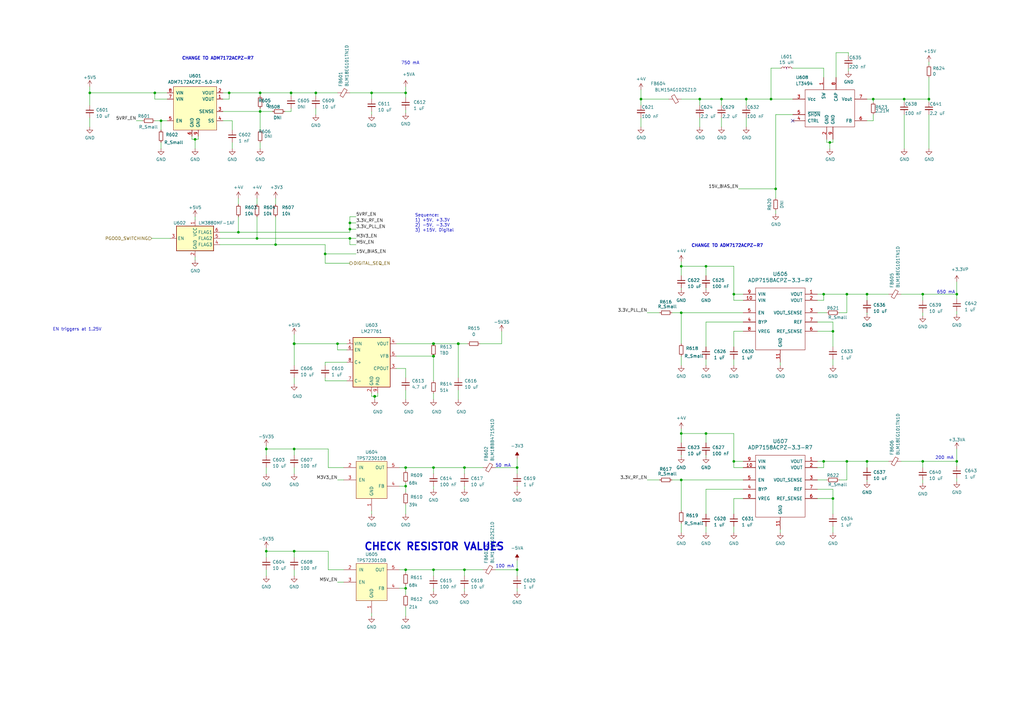
<source format=kicad_sch>
(kicad_sch (version 20210621) (generator eeschema)
  (paper "A3")
  (junction (at 36.83 38.1) (diameter 0.9144))
  (junction (at 63.5 38.1) (diameter 0.9144))
  (junction (at 66.04 49.53) (diameter 0.9144))
  (junction (at 80.01 57.15) (diameter 0.9144))
  (junction (at 93.98 38.1) (diameter 0.9144))
  (junction (at 97.79 95.25) (diameter 0.9144))
  (junction (at 105.41 97.79) (diameter 0.9144))
  (junction (at 106.68 38.1) (diameter 0.9144))
  (junction (at 106.68 45.72) (diameter 0.9144))
  (junction (at 109.22 184.15) (diameter 0.9144))
  (junction (at 109.22 226.06) (diameter 0.9144))
  (junction (at 113.03 100.33) (diameter 0.9144))
  (junction (at 119.38 38.1) (diameter 0.9144))
  (junction (at 120.65 140.97) (diameter 1.016))
  (junction (at 120.65 184.15) (diameter 0.9144))
  (junction (at 120.65 226.06) (diameter 0.9144))
  (junction (at 129.54 38.1) (diameter 0.9144))
  (junction (at 133.35 104.14) (diameter 0.9144))
  (junction (at 138.43 140.97) (diameter 0.9144))
  (junction (at 143.51 91.44) (diameter 0.9144))
  (junction (at 143.51 93.98) (diameter 0.9144))
  (junction (at 143.51 97.79) (diameter 0.9144))
  (junction (at 152.4 38.1) (diameter 0.9144))
  (junction (at 153.67 162.56) (diameter 1.016))
  (junction (at 166.37 38.1) (diameter 0.9144))
  (junction (at 166.37 191.77) (diameter 0.9144))
  (junction (at 166.37 199.39) (diameter 0.9144))
  (junction (at 166.37 233.68) (diameter 0.9144))
  (junction (at 166.37 241.3) (diameter 0.9144))
  (junction (at 177.8 140.97) (diameter 1.016))
  (junction (at 177.8 146.05) (diameter 1.016))
  (junction (at 177.8 191.77) (diameter 0.9144))
  (junction (at 177.8 233.68) (diameter 0.9144))
  (junction (at 187.96 140.97) (diameter 1.016))
  (junction (at 190.5 191.77) (diameter 0.9144))
  (junction (at 190.5 233.68) (diameter 0.9144))
  (junction (at 212.09 191.77) (diameter 0.9144))
  (junction (at 212.09 233.68) (diameter 0.9144))
  (junction (at 262.89 40.64) (diameter 0.9144))
  (junction (at 279.4 109.22) (diameter 0.9144))
  (junction (at 279.4 128.27) (diameter 0.9144))
  (junction (at 279.4 177.8) (diameter 0.9144))
  (junction (at 279.4 196.85) (diameter 0.9144))
  (junction (at 287.02 40.64) (diameter 0.9144))
  (junction (at 289.56 109.22) (diameter 0.9144))
  (junction (at 289.56 177.8) (diameter 0.9144))
  (junction (at 295.91 40.64) (diameter 0.9144))
  (junction (at 300.99 120.65) (diameter 0.9144))
  (junction (at 300.99 189.23) (diameter 0.9144))
  (junction (at 306.07 40.64) (diameter 0.9144))
  (junction (at 316.23 40.64) (diameter 0.9144))
  (junction (at 318.135 77.47) (diameter 0.9144))
  (junction (at 337.82 120.65) (diameter 0.9144))
  (junction (at 337.82 189.23) (diameter 0.9144))
  (junction (at 340.36 58.42) (diameter 0.9144))
  (junction (at 341.63 135.89) (diameter 0.9144))
  (junction (at 341.63 204.47) (diameter 0.9144))
  (junction (at 347.345 120.65) (diameter 0.9144))
  (junction (at 347.345 189.23) (diameter 0.9144))
  (junction (at 355.6 120.65) (diameter 0.9144))
  (junction (at 355.6 189.23) (diameter 0.9144))
  (junction (at 358.14 40.64) (diameter 0.9144))
  (junction (at 370.84 40.64) (diameter 0.9144))
  (junction (at 378.46 120.65) (diameter 0.9144))
  (junction (at 378.46 189.23) (diameter 0.9144))
  (junction (at 381 40.64) (diameter 0.9144))
  (junction (at 392.43 120.65) (diameter 0.9144))
  (junction (at 392.43 189.23) (diameter 0.9144))
  (no_connect (at 325.12 49.53))
  (wire (pts (xy 36.83 35.56) (xy 36.83 38.1)))
  (wire (pts (xy 36.83 38.1) (xy 36.83 43.18)))
  (wire (pts (xy 36.83 38.1) (xy 63.5 38.1)))
  (wire (pts (xy 36.83 48.26) (xy 36.83 52.07)))
  (wire (pts (xy 55.88 49.53) (xy 58.42 49.53)))
  (wire (pts (xy 62.23 97.79) (xy 69.85 97.79)))
  (wire (pts (xy 63.5 38.1) (xy 68.58 38.1)))
  (wire (pts (xy 63.5 40.64) (xy 63.5 38.1)))
  (wire (pts (xy 63.5 49.53) (xy 66.04 49.53)))
  (wire (pts (xy 66.04 49.53) (xy 66.04 53.34)))
  (wire (pts (xy 66.04 49.53) (xy 68.58 49.53)))
  (wire (pts (xy 66.04 58.42) (xy 66.04 60.96)))
  (wire (pts (xy 68.58 40.64) (xy 63.5 40.64)))
  (wire (pts (xy 78.74 55.88) (xy 78.74 57.15)))
  (wire (pts (xy 78.74 57.15) (xy 80.01 57.15)))
  (wire (pts (xy 80.01 57.15) (xy 80.01 60.96)))
  (wire (pts (xy 80.01 57.15) (xy 81.28 57.15)))
  (wire (pts (xy 80.01 88.9) (xy 80.01 90.17)))
  (wire (pts (xy 80.01 105.41) (xy 80.01 106.68)))
  (wire (pts (xy 81.28 57.15) (xy 81.28 55.88)))
  (wire (pts (xy 90.17 95.25) (xy 97.79 95.25)))
  (wire (pts (xy 90.17 97.79) (xy 105.41 97.79)))
  (wire (pts (xy 90.17 100.33) (xy 113.03 100.33)))
  (wire (pts (xy 91.44 40.64) (xy 93.98 40.64)))
  (wire (pts (xy 91.44 45.72) (xy 106.68 45.72)))
  (wire (pts (xy 91.44 49.53) (xy 95.25 49.53)))
  (wire (pts (xy 93.98 38.1) (xy 91.44 38.1)))
  (wire (pts (xy 93.98 38.1) (xy 106.68 38.1)))
  (wire (pts (xy 93.98 40.64) (xy 93.98 38.1)))
  (wire (pts (xy 95.25 49.53) (xy 95.25 53.34)))
  (wire (pts (xy 95.25 58.42) (xy 95.25 60.96)))
  (wire (pts (xy 97.79 81.28) (xy 97.79 83.82)))
  (wire (pts (xy 97.79 88.9) (xy 97.79 95.25)))
  (wire (pts (xy 97.79 95.25) (xy 143.51 95.25)))
  (wire (pts (xy 105.41 81.28) (xy 105.41 83.82)))
  (wire (pts (xy 105.41 88.9) (xy 105.41 97.79)))
  (wire (pts (xy 105.41 97.79) (xy 143.51 97.79)))
  (wire (pts (xy 106.68 38.1) (xy 106.68 39.37)))
  (wire (pts (xy 106.68 38.1) (xy 119.38 38.1)))
  (wire (pts (xy 106.68 44.45) (xy 106.68 45.72)))
  (wire (pts (xy 106.68 45.72) (xy 106.68 53.34)))
  (wire (pts (xy 106.68 45.72) (xy 111.76 45.72)))
  (wire (pts (xy 106.68 58.42) (xy 106.68 60.96)))
  (wire (pts (xy 109.22 182.88) (xy 109.22 184.15)))
  (wire (pts (xy 109.22 184.15) (xy 109.22 186.69)))
  (wire (pts (xy 109.22 191.77) (xy 109.22 194.31)))
  (wire (pts (xy 109.22 224.79) (xy 109.22 226.06)))
  (wire (pts (xy 109.22 226.06) (xy 109.22 228.6)))
  (wire (pts (xy 109.22 233.68) (xy 109.22 236.22)))
  (wire (pts (xy 113.03 81.28) (xy 113.03 83.82)))
  (wire (pts (xy 113.03 88.9) (xy 113.03 100.33)))
  (wire (pts (xy 113.03 100.33) (xy 133.35 100.33)))
  (wire (pts (xy 119.38 38.1) (xy 119.38 39.37)))
  (wire (pts (xy 119.38 38.1) (xy 129.54 38.1)))
  (wire (pts (xy 119.38 44.45) (xy 119.38 45.72)))
  (wire (pts (xy 119.38 45.72) (xy 116.84 45.72)))
  (wire (pts (xy 120.65 137.16) (xy 120.65 140.97)))
  (wire (pts (xy 120.65 140.97) (xy 138.43 140.97)))
  (wire (pts (xy 120.65 149.86) (xy 120.65 140.97)))
  (wire (pts (xy 120.65 154.94) (xy 120.65 157.48)))
  (wire (pts (xy 120.65 184.15) (xy 109.22 184.15)))
  (wire (pts (xy 120.65 184.15) (xy 120.65 186.69)))
  (wire (pts (xy 120.65 191.77) (xy 120.65 194.31)))
  (wire (pts (xy 120.65 226.06) (xy 109.22 226.06)))
  (wire (pts (xy 120.65 226.06) (xy 120.65 228.6)))
  (wire (pts (xy 120.65 233.68) (xy 120.65 236.22)))
  (wire (pts (xy 129.54 38.1) (xy 129.54 39.37)))
  (wire (pts (xy 129.54 38.1) (xy 138.43 38.1)))
  (wire (pts (xy 129.54 44.45) (xy 129.54 46.99)))
  (wire (pts (xy 133.35 100.33) (xy 133.35 104.14)))
  (wire (pts (xy 133.35 104.14) (xy 133.35 107.95)))
  (wire (pts (xy 133.35 104.14) (xy 146.05 104.14)))
  (wire (pts (xy 133.35 107.95) (xy 143.51 107.95)))
  (wire (pts (xy 133.35 148.59) (xy 142.24 148.59)))
  (wire (pts (xy 133.35 149.86) (xy 133.35 148.59)))
  (wire (pts (xy 133.35 156.21) (xy 133.35 154.94)))
  (wire (pts (xy 134.62 184.15) (xy 120.65 184.15)))
  (wire (pts (xy 134.62 191.77) (xy 134.62 184.15)))
  (wire (pts (xy 134.62 226.06) (xy 120.65 226.06)))
  (wire (pts (xy 134.62 233.68) (xy 134.62 226.06)))
  (wire (pts (xy 138.43 140.97) (xy 142.24 140.97)))
  (wire (pts (xy 138.43 143.51) (xy 138.43 140.97)))
  (wire (pts (xy 138.43 196.85) (xy 140.97 196.85)))
  (wire (pts (xy 138.43 238.76) (xy 140.97 238.76)))
  (wire (pts (xy 140.97 191.77) (xy 134.62 191.77)))
  (wire (pts (xy 140.97 233.68) (xy 134.62 233.68)))
  (wire (pts (xy 142.24 143.51) (xy 138.43 143.51)))
  (wire (pts (xy 142.24 156.21) (xy 133.35 156.21)))
  (wire (pts (xy 143.51 38.1) (xy 152.4 38.1)))
  (wire (pts (xy 143.51 88.9) (xy 143.51 91.44)))
  (wire (pts (xy 143.51 91.44) (xy 146.05 91.44)))
  (wire (pts (xy 143.51 93.98) (xy 143.51 91.44)))
  (wire (pts (xy 143.51 93.98) (xy 143.51 95.25)))
  (wire (pts (xy 143.51 93.98) (xy 146.05 93.98)))
  (wire (pts (xy 143.51 97.79) (xy 146.05 97.79)))
  (wire (pts (xy 143.51 100.33) (xy 143.51 97.79)))
  (wire (pts (xy 146.05 88.9) (xy 143.51 88.9)))
  (wire (pts (xy 146.05 100.33) (xy 143.51 100.33)))
  (wire (pts (xy 152.4 38.1) (xy 152.4 40.64)))
  (wire (pts (xy 152.4 38.1) (xy 166.37 38.1)))
  (wire (pts (xy 152.4 45.72) (xy 152.4 46.99)))
  (wire (pts (xy 152.4 161.29) (xy 152.4 162.56)))
  (wire (pts (xy 152.4 162.56) (xy 153.67 162.56)))
  (wire (pts (xy 152.4 209.55) (xy 152.4 210.82)))
  (wire (pts (xy 152.4 251.46) (xy 152.4 252.73)))
  (wire (pts (xy 153.67 162.56) (xy 153.67 163.83)))
  (wire (pts (xy 153.67 162.56) (xy 154.94 162.56)))
  (wire (pts (xy 154.94 162.56) (xy 154.94 161.29)))
  (wire (pts (xy 162.56 140.97) (xy 177.8 140.97)))
  (wire (pts (xy 162.56 146.05) (xy 177.8 146.05)))
  (wire (pts (xy 162.56 151.13) (xy 166.37 151.13)))
  (wire (pts (xy 163.83 191.77) (xy 166.37 191.77)))
  (wire (pts (xy 163.83 199.39) (xy 166.37 199.39)))
  (wire (pts (xy 163.83 233.68) (xy 166.37 233.68)))
  (wire (pts (xy 163.83 241.3) (xy 166.37 241.3)))
  (wire (pts (xy 166.37 35.56) (xy 166.37 38.1)))
  (wire (pts (xy 166.37 40.005) (xy 166.37 38.1)))
  (wire (pts (xy 166.37 45.085) (xy 166.37 46.355)))
  (wire (pts (xy 166.37 151.13) (xy 166.37 154.94)))
  (wire (pts (xy 166.37 160.02) (xy 166.37 163.83)))
  (wire (pts (xy 166.37 191.77) (xy 166.37 193.04)))
  (wire (pts (xy 166.37 191.77) (xy 177.8 191.77)))
  (wire (pts (xy 166.37 199.39) (xy 166.37 198.12)))
  (wire (pts (xy 166.37 199.39) (xy 166.37 201.93)))
  (wire (pts (xy 166.37 207.01) (xy 166.37 210.82)))
  (wire (pts (xy 166.37 233.68) (xy 166.37 234.95)))
  (wire (pts (xy 166.37 233.68) (xy 177.8 233.68)))
  (wire (pts (xy 166.37 241.3) (xy 166.37 240.03)))
  (wire (pts (xy 166.37 241.3) (xy 166.37 243.84)))
  (wire (pts (xy 166.37 248.92) (xy 166.37 252.73)))
  (wire (pts (xy 177.8 140.97) (xy 187.96 140.97)))
  (wire (pts (xy 177.8 146.05) (xy 177.8 156.21)))
  (wire (pts (xy 177.8 161.29) (xy 177.8 163.83)))
  (wire (pts (xy 177.8 191.77) (xy 177.8 194.31)))
  (wire (pts (xy 177.8 191.77) (xy 190.5 191.77)))
  (wire (pts (xy 177.8 199.39) (xy 177.8 200.66)))
  (wire (pts (xy 177.8 233.68) (xy 177.8 236.22)))
  (wire (pts (xy 177.8 233.68) (xy 190.5 233.68)))
  (wire (pts (xy 177.8 241.3) (xy 177.8 242.57)))
  (wire (pts (xy 187.96 140.97) (xy 191.77 140.97)))
  (wire (pts (xy 187.96 154.94) (xy 187.96 140.97)))
  (wire (pts (xy 187.96 160.02) (xy 187.96 163.83)))
  (wire (pts (xy 190.5 191.77) (xy 190.5 194.31)))
  (wire (pts (xy 190.5 191.77) (xy 198.12 191.77)))
  (wire (pts (xy 190.5 199.39) (xy 190.5 200.66)))
  (wire (pts (xy 190.5 233.68) (xy 190.5 236.22)))
  (wire (pts (xy 190.5 233.68) (xy 198.12 233.68)))
  (wire (pts (xy 190.5 241.3) (xy 190.5 242.57)))
  (wire (pts (xy 196.85 140.97) (xy 205.74 140.97)))
  (wire (pts (xy 203.2 191.77) (xy 212.09 191.77)))
  (wire (pts (xy 203.2 233.68) (xy 212.09 233.68)))
  (wire (pts (xy 205.74 135.89) (xy 205.74 140.97)))
  (wire (pts (xy 212.09 187.96) (xy 212.09 191.77)))
  (wire (pts (xy 212.09 191.77) (xy 212.09 194.31)))
  (wire (pts (xy 212.09 199.39) (xy 212.09 200.66)))
  (wire (pts (xy 212.09 229.87) (xy 212.09 233.68)))
  (wire (pts (xy 212.09 233.68) (xy 212.09 236.22)))
  (wire (pts (xy 212.09 241.3) (xy 212.09 242.57)))
  (wire (pts (xy 262.89 36.83) (xy 262.89 40.64)))
  (wire (pts (xy 262.89 40.64) (xy 262.89 43.18)))
  (wire (pts (xy 262.89 40.64) (xy 274.32 40.64)))
  (wire (pts (xy 262.89 48.26) (xy 262.89 52.07)))
  (wire (pts (xy 265.43 128.27) (xy 270.51 128.27)))
  (wire (pts (xy 265.43 196.85) (xy 270.51 196.85)))
  (wire (pts (xy 275.59 128.27) (xy 279.4 128.27)))
  (wire (pts (xy 275.59 196.85) (xy 279.4 196.85)))
  (wire (pts (xy 279.4 40.64) (xy 287.02 40.64)))
  (wire (pts (xy 279.4 107.315) (xy 279.4 109.22)))
  (wire (pts (xy 279.4 109.22) (xy 279.4 113.03)))
  (wire (pts (xy 279.4 109.22) (xy 289.56 109.22)))
  (wire (pts (xy 279.4 118.11) (xy 279.4 118.745)))
  (wire (pts (xy 279.4 128.27) (xy 279.4 140.97)))
  (wire (pts (xy 279.4 128.27) (xy 304.8 128.27)))
  (wire (pts (xy 279.4 146.05) (xy 279.4 149.86)))
  (wire (pts (xy 279.4 175.895) (xy 279.4 177.8)))
  (wire (pts (xy 279.4 177.8) (xy 279.4 181.61)))
  (wire (pts (xy 279.4 177.8) (xy 289.56 177.8)))
  (wire (pts (xy 279.4 186.69) (xy 279.4 187.325)))
  (wire (pts (xy 279.4 196.85) (xy 279.4 209.55)))
  (wire (pts (xy 279.4 196.85) (xy 304.8 196.85)))
  (wire (pts (xy 279.4 214.63) (xy 279.4 218.44)))
  (wire (pts (xy 287.02 40.64) (xy 287.02 43.18)))
  (wire (pts (xy 287.02 40.64) (xy 295.91 40.64)))
  (wire (pts (xy 287.02 52.07) (xy 287.02 48.26)))
  (wire (pts (xy 289.56 109.22) (xy 289.56 113.03)))
  (wire (pts (xy 289.56 109.22) (xy 300.99 109.22)))
  (wire (pts (xy 289.56 118.11) (xy 289.56 118.745)))
  (wire (pts (xy 289.56 132.08) (xy 304.8 132.08)))
  (wire (pts (xy 289.56 142.24) (xy 289.56 132.08)))
  (wire (pts (xy 289.56 147.32) (xy 289.56 149.86)))
  (wire (pts (xy 289.56 177.8) (xy 289.56 181.61)))
  (wire (pts (xy 289.56 177.8) (xy 300.99 177.8)))
  (wire (pts (xy 289.56 186.69) (xy 289.56 187.325)))
  (wire (pts (xy 289.56 200.66) (xy 304.8 200.66)))
  (wire (pts (xy 289.56 210.82) (xy 289.56 200.66)))
  (wire (pts (xy 289.56 215.9) (xy 289.56 218.44)))
  (wire (pts (xy 295.91 40.64) (xy 306.07 40.64)))
  (wire (pts (xy 295.91 43.18) (xy 295.91 40.64)))
  (wire (pts (xy 295.91 48.26) (xy 295.91 52.07)))
  (wire (pts (xy 300.99 109.22) (xy 300.99 120.65)))
  (wire (pts (xy 300.99 120.65) (xy 304.8 120.65)))
  (wire (pts (xy 300.99 123.19) (xy 300.99 120.65)))
  (wire (pts (xy 300.99 135.89) (xy 300.99 142.24)))
  (wire (pts (xy 300.99 135.89) (xy 304.8 135.89)))
  (wire (pts (xy 300.99 147.32) (xy 300.99 149.86)))
  (wire (pts (xy 300.99 177.8) (xy 300.99 189.23)))
  (wire (pts (xy 300.99 189.23) (xy 304.8 189.23)))
  (wire (pts (xy 300.99 191.77) (xy 300.99 189.23)))
  (wire (pts (xy 300.99 204.47) (xy 300.99 210.82)))
  (wire (pts (xy 300.99 204.47) (xy 304.8 204.47)))
  (wire (pts (xy 300.99 215.9) (xy 300.99 218.44)))
  (wire (pts (xy 302.895 77.47) (xy 318.135 77.47)))
  (wire (pts (xy 304.8 123.19) (xy 300.99 123.19)))
  (wire (pts (xy 304.8 191.77) (xy 300.99 191.77)))
  (wire (pts (xy 306.07 40.64) (xy 306.07 43.18)))
  (wire (pts (xy 306.07 40.64) (xy 316.23 40.64)))
  (wire (pts (xy 306.07 48.26) (xy 306.07 52.07)))
  (wire (pts (xy 316.23 27.94) (xy 316.23 40.64)))
  (wire (pts (xy 316.23 40.64) (xy 325.12 40.64)))
  (wire (pts (xy 318.135 46.99) (xy 325.12 46.99)))
  (wire (pts (xy 318.135 77.47) (xy 318.135 46.99)))
  (wire (pts (xy 318.135 77.47) (xy 318.135 81.28)))
  (wire (pts (xy 318.135 86.36) (xy 318.135 87.63)))
  (wire (pts (xy 320.04 27.94) (xy 316.23 27.94)))
  (wire (pts (xy 320.04 148.59) (xy 320.04 149.86)))
  (wire (pts (xy 320.04 217.17) (xy 320.04 218.44)))
  (wire (pts (xy 325.12 27.94) (xy 337.82 27.94)))
  (wire (pts (xy 335.28 123.19) (xy 337.82 123.19)))
  (wire (pts (xy 335.28 128.27) (xy 339.09 128.27)))
  (wire (pts (xy 335.28 132.08) (xy 341.63 132.08)))
  (wire (pts (xy 335.28 135.89) (xy 341.63 135.89)))
  (wire (pts (xy 335.28 191.77) (xy 337.82 191.77)))
  (wire (pts (xy 335.28 196.85) (xy 339.09 196.85)))
  (wire (pts (xy 335.28 200.66) (xy 341.63 200.66)))
  (wire (pts (xy 335.28 204.47) (xy 341.63 204.47)))
  (wire (pts (xy 337.82 27.94) (xy 337.82 31.75)))
  (wire (pts (xy 337.82 120.65) (xy 335.28 120.65)))
  (wire (pts (xy 337.82 120.65) (xy 347.345 120.65)))
  (wire (pts (xy 337.82 123.19) (xy 337.82 120.65)))
  (wire (pts (xy 337.82 189.23) (xy 335.28 189.23)))
  (wire (pts (xy 337.82 189.23) (xy 347.345 189.23)))
  (wire (pts (xy 337.82 191.77) (xy 337.82 189.23)))
  (wire (pts (xy 339.09 58.42) (xy 339.09 57.15)))
  (wire (pts (xy 340.36 58.42) (xy 339.09 58.42)))
  (wire (pts (xy 340.36 58.42) (xy 341.63 58.42)))
  (wire (pts (xy 340.36 60.96) (xy 340.36 58.42)))
  (wire (pts (xy 341.63 58.42) (xy 341.63 57.15)))
  (wire (pts (xy 341.63 132.08) (xy 341.63 135.89)))
  (wire (pts (xy 341.63 135.89) (xy 341.63 142.24)))
  (wire (pts (xy 341.63 147.32) (xy 341.63 149.86)))
  (wire (pts (xy 341.63 200.66) (xy 341.63 204.47)))
  (wire (pts (xy 341.63 204.47) (xy 341.63 210.82)))
  (wire (pts (xy 341.63 215.9) (xy 341.63 218.44)))
  (wire (pts (xy 342.9 21.59) (xy 347.98 21.59)))
  (wire (pts (xy 342.9 31.75) (xy 342.9 21.59)))
  (wire (pts (xy 347.345 120.65) (xy 347.345 128.27)))
  (wire (pts (xy 347.345 120.65) (xy 355.6 120.65)))
  (wire (pts (xy 347.345 128.27) (xy 344.17 128.27)))
  (wire (pts (xy 347.345 189.23) (xy 347.345 196.85)))
  (wire (pts (xy 347.345 189.23) (xy 355.6 189.23)))
  (wire (pts (xy 347.345 196.85) (xy 344.17 196.85)))
  (wire (pts (xy 347.98 21.59) (xy 347.98 22.86)))
  (wire (pts (xy 347.98 27.94) (xy 347.98 29.21)))
  (wire (pts (xy 355.6 40.64) (xy 358.14 40.64)))
  (wire (pts (xy 355.6 49.53) (xy 358.14 49.53)))
  (wire (pts (xy 355.6 120.65) (xy 355.6 123.19)))
  (wire (pts (xy 355.6 120.65) (xy 364.49 120.65)))
  (wire (pts (xy 355.6 128.27) (xy 355.6 128.905)))
  (wire (pts (xy 355.6 189.23) (xy 355.6 191.77)))
  (wire (pts (xy 355.6 189.23) (xy 364.49 189.23)))
  (wire (pts (xy 355.6 196.85) (xy 355.6 197.485)))
  (wire (pts (xy 358.14 40.64) (xy 358.14 41.91)))
  (wire (pts (xy 358.14 40.64) (xy 370.84 40.64)))
  (wire (pts (xy 358.14 49.53) (xy 358.14 46.99)))
  (wire (pts (xy 369.57 120.65) (xy 378.46 120.65)))
  (wire (pts (xy 369.57 189.23) (xy 378.46 189.23)))
  (wire (pts (xy 370.84 40.64) (xy 370.84 41.91)))
  (wire (pts (xy 370.84 40.64) (xy 381 40.64)))
  (wire (pts (xy 370.84 60.96) (xy 370.84 46.99)))
  (wire (pts (xy 378.46 120.65) (xy 378.46 123.19)))
  (wire (pts (xy 378.46 120.65) (xy 392.43 120.65)))
  (wire (pts (xy 378.46 128.27) (xy 378.46 129.54)))
  (wire (pts (xy 378.46 189.23) (xy 378.46 191.77)))
  (wire (pts (xy 378.46 189.23) (xy 392.43 189.23)))
  (wire (pts (xy 378.46 196.85) (xy 378.46 198.12)))
  (wire (pts (xy 381 25.4) (xy 381 26.67)))
  (wire (pts (xy 381 31.75) (xy 381 40.64)))
  (wire (pts (xy 381 40.64) (xy 381 41.91)))
  (wire (pts (xy 381 46.99) (xy 381 60.96)))
  (wire (pts (xy 392.43 115.57) (xy 392.43 120.65)))
  (wire (pts (xy 392.43 122.555) (xy 392.43 120.65)))
  (wire (pts (xy 392.43 127.635) (xy 392.43 128.905)))
  (wire (pts (xy 392.43 184.15) (xy 392.43 189.23)))
  (wire (pts (xy 392.43 191.135) (xy 392.43 189.23)))
  (wire (pts (xy 392.43 196.215) (xy 392.43 197.485)))
  (text "EN triggers at 1.25V" (at 21.59 135.89 0) (effects (font (size 1.27 1.27)) (justify left bottom)))
  (text "CHANGE TO ADM7172ACPZ-R7" (at 104.14 24.765 180) (effects (font (size 1.27 1.27) (thickness 0.254) bold) (justify right bottom)))
  (text "Sequence:\n1) +5V, +3.3V\n2) -5V, -3.3V\n3) +15V, Digital" (at 170.18 95.25 0) (effects (font (size 1.27 1.27)) (justify left bottom)))
  (text "750 mA" (at 172.085 26.67 180) (effects (font (size 1.27 1.27)) (justify right bottom)))
  (text "50 mA" (at 204.47 224.79 180) (effects (font (size 1.27 1.27)) (justify right bottom)))
  (text "CHECK RESISTOR VALUES" (at 207.01 226.06 180) (effects (font (size 3 3) (thickness 0.6) bold) (justify right bottom)))
  (text "50 mA" (at 209.55 191.77 180) (effects (font (size 1.27 1.27)) (justify right bottom)))
  (text "100 mA" (at 210.82 233.045 180) (effects (font (size 1.27 1.27)) (justify right bottom)))
  (text "CHANGE TO ADM7172ACPZ-R7" (at 313.055 101.6 180) (effects (font (size 1.27 1.27) (thickness 0.254) bold) (justify right bottom)))
  (text "200 mA" (at 391.16 188.595 180) (effects (font (size 1.27 1.27)) (justify right bottom)))
  (text "650 mA" (at 391.795 120.65 180) (effects (font (size 1.27 1.27)) (justify right bottom)))
  (label "5VRF_EN" (at 55.88 49.53 180))
  (label "M3V3_EN" (at 138.43 196.85 180))
  (label "M5V_EN" (at 138.43 238.76 180))
  (label "5VRF_EN" (at 146.05 88.9 0))
  (label "3.3V_RF_EN" (at 146.05 91.44 0))
  (label "3.3V_PLL_EN" (at 146.05 93.98 0))
  (label "M3V3_EN" (at 146.05 97.79 0))
  (label "M5V_EN" (at 146.05 100.33 0))
  (label "15V_BIAS_EN" (at 146.05 104.14 0))
  (label "3.3V_PLL_EN" (at 265.43 128.27 180))
  (label "3.3V_RF_EN" (at 265.43 196.85 180))
  (label "15V_BIAS_EN" (at 302.895 77.47 180))
  (hierarchical_label "PGOOD_SWITCHING" (shape input) (at 62.23 97.79 180))
  (hierarchical_label "DIGITAL_SEQ_EN" (shape output) (at 143.51 107.95 0))
  (symbol (lib_id "power:+4V") (at 97.79 81.28 0) (unit 1)
    (property "Reference" "#PWR0608" (effects hide))
    (property "Value" "+4V" (at 97.79 76.835 0))
  )
  (symbol (lib_id "power:+4V") (at 105.41 81.28 0) (unit 1)
    (property "Reference" "#PWR0609" (effects hide))
    (property "Value" "+4V" (at 105.41 76.835 0))
  )
  (symbol (lib_id "power:+3V3") (at 113.03 81.28 0) (unit 1)
    (property "Reference" "#PWR0615" (effects hide))
    (property "Value" "+3V3" (at 113.411 76.8096 0))
  )
  (symbol (lib_id "power:+5VA") (at 166.37 35.56 0) (unit 1)
    (property "Reference" "#PWR0625" (effects hide))
    (property "Value" "+5VA" (at 167.64 30.48 0))
  )
  (symbol (lib_id "power:-3V3") (at 212.09 187.96 0) (unit 1)
    (property "Reference" "#PWR0637" (effects hide))
    (property "Value" "-3V3" (at 212.09 182.88 0))
  )
  (symbol (lib_id "power:-5VA") (at 212.09 229.87 0) (unit 1)
    (property "Reference" "#PWR0639" (effects hide))
    (property "Value" "-5VA" (at 212.09 224.79 0))
  )
  (symbol (lib_id "power:+4V") (at 262.89 36.83 0) (unit 1)
    (property "Reference" "#PWR0641" (effects hide))
    (property "Value" "+4V" (at 262.89 32.385 0))
  )
  (symbol (lib_id "power:+4V") (at 279.4 107.315 0) (unit 1)
    (property "Reference" "#PWR0643" (effects hide))
    (property "Value" "+4V" (at 279.4 102.87 0))
  )
  (symbol (lib_id "power:+4V") (at 279.4 175.895 0) (unit 1)
    (property "Reference" "#PWR0646" (effects hide))
    (property "Value" "+4V" (at 279.4 171.45 0))
  )
  (symbol (lib_id "power:+15V") (at 381 25.4 0) (unit 1)
    (property "Reference" "#PWR0670" (effects hide))
    (property "Value" "+15V" (at 381.381 21.0058 0))
  )
  (symbol (lib_id "power:+3.3VP") (at 392.43 115.57 0) (unit 1)
    (property "Reference" "#PWR0672" (effects hide))
    (property "Value" "+3.3VP" (at 393.7 110.49 0))
  )
  (symbol (lib_id "power:+3.3VA") (at 392.43 184.15 0) (unit 1)
    (property "Reference" "#PWR0674" (effects hide))
    (property "Value" "+3.3VA" (at 392.43 180.34 0))
  )
  (symbol (lib_id "jtk_rf:+5V5") (at 36.83 35.56 0) (unit 1) (in_bom no) (on_board no)
    (property "Reference" "#PWR0601" (effects hide))
    (property "Value" "+5V5" (at 36.83 31.75 0))
  )
  (symbol (lib_id "jtk_rf:+5V5") (at 80.01 88.9 0) (unit 1) (in_bom no) (on_board no)
    (property "Reference" "#PWR0605" (effects hide))
    (property "Value" "+5V5" (at 80.01 85.09 0))
  )
  (symbol (lib_id "jtk_rf:-5V35") (at 109.22 182.88 0) (unit 1) (in_bom no) (on_board no)
    (property "Reference" "#PWR0611" (effects hide))
    (property "Value" "-5V35" (at 109.22 179.07 0))
  )
  (symbol (lib_id "jtk_rf:-5V35") (at 109.22 224.79 0) (unit 1) (in_bom no) (on_board no)
    (property "Reference" "#PWR0613" (effects hide))
    (property "Value" "-5V35" (at 109.22 220.98 0))
  )
  (symbol (lib_id "jtk_rf:+5V5") (at 120.65 137.16 0) (unit 1) (in_bom no) (on_board no)
    (property "Reference" "#PWR0616" (effects hide))
    (property "Value" "+5V5" (at 120.65 133.35 0))
  )
  (symbol (lib_id "jtk_rf:-5V35") (at 205.74 135.89 0) (unit 1) (in_bom no) (on_board no)
    (property "Reference" "#PWR0636" (effects hide))
    (property "Value" "-5V35" (at 205.74 132.08 0))
  )
  (symbol (lib_id "Device:L_Small") (at 322.58 27.94 90) (unit 1)
    (property "Reference" "L601" (at 322.58 23.241 90))
    (property "Value" "15 uH" (at 322.58 25.5524 90))
    (property "Footprint" "Inductor_SMD:L_1210_3225Metric" (effects hide))
    (property "Datasheet" "~" (at 322.58 27.94 0) (effects (font (size 1.524 1.524))))
  )
  (symbol (lib_id "power:GND") (at 36.83 52.07 0) (unit 1)
    (property "Reference" "#PWR0602" (effects hide))
    (property "Value" "GND" (at 36.83 56.515 0))
  )
  (symbol (lib_id "power:GND") (at 66.04 60.96 0) (unit 1)
    (property "Reference" "#PWR0603" (effects hide))
    (property "Value" "GND" (at 66.04 65.405 0))
  )
  (symbol (lib_id "power:GND") (at 80.01 60.96 0) (unit 1)
    (property "Reference" "#PWR0604" (effects hide))
    (property "Value" "GND" (at 80.01 65.405 0))
  )
  (symbol (lib_id "power:GND") (at 80.01 106.68 0) (unit 1)
    (property "Reference" "#PWR0606" (effects hide))
    (property "Value" "GND" (at 80.137 111.0742 0))
  )
  (symbol (lib_id "power:GND") (at 95.25 60.96 0) (unit 1)
    (property "Reference" "#PWR0607" (effects hide))
    (property "Value" "GND" (at 95.25 65.405 0))
  )
  (symbol (lib_id "power:GND") (at 106.68 60.96 0) (unit 1)
    (property "Reference" "#PWR0610" (effects hide))
    (property "Value" "GND" (at 106.68 65.405 0))
  )
  (symbol (lib_id "power:GND") (at 109.22 194.31 0) (unit 1)
    (property "Reference" "#PWR0612" (effects hide))
    (property "Value" "GND" (at 109.22 198.755 0))
  )
  (symbol (lib_id "power:GND") (at 109.22 236.22 0) (unit 1)
    (property "Reference" "#PWR0614" (effects hide))
    (property "Value" "GND" (at 109.22 240.665 0))
  )
  (symbol (lib_id "power:GND") (at 120.65 157.48 0) (unit 1)
    (property "Reference" "#PWR0617" (effects hide))
    (property "Value" "GND" (at 121.92 162.56 0))
  )
  (symbol (lib_id "power:GND") (at 120.65 194.31 0) (unit 1)
    (property "Reference" "#PWR0618" (effects hide))
    (property "Value" "GND" (at 120.65 198.755 0))
  )
  (symbol (lib_id "power:GND") (at 120.65 236.22 0) (unit 1)
    (property "Reference" "#PWR0619" (effects hide))
    (property "Value" "GND" (at 120.65 240.665 0))
  )
  (symbol (lib_id "power:GND") (at 129.54 46.99 0) (unit 1)
    (property "Reference" "#PWR0620" (effects hide))
    (property "Value" "GND" (at 129.54 51.435 0))
  )
  (symbol (lib_id "power:GND") (at 152.4 46.99 0) (unit 1)
    (property "Reference" "#PWR0621" (effects hide))
    (property "Value" "GND" (at 152.4 51.435 0))
  )
  (symbol (lib_id "power:GND") (at 152.4 210.82 0) (unit 1)
    (property "Reference" "#PWR0622" (effects hide))
    (property "Value" "GND" (at 152.4 215.265 0))
  )
  (symbol (lib_id "power:GND") (at 152.4 252.73 0) (unit 1)
    (property "Reference" "#PWR0623" (effects hide))
    (property "Value" "GND" (at 152.4 257.175 0))
  )
  (symbol (lib_id "power:GND") (at 153.67 163.83 0) (unit 1)
    (property "Reference" "#PWR0624" (effects hide))
    (property "Value" "GND" (at 154.94 168.91 0))
  )
  (symbol (lib_id "power:GND") (at 166.37 46.355 0) (unit 1)
    (property "Reference" "#PWR0626" (effects hide))
    (property "Value" "GND" (at 166.37 50.8 0))
  )
  (symbol (lib_id "power:GND") (at 166.37 163.83 0) (unit 1)
    (property "Reference" "#PWR0627" (effects hide))
    (property "Value" "GND" (at 167.64 168.91 0))
  )
  (symbol (lib_id "power:GND") (at 166.37 210.82 0) (unit 1)
    (property "Reference" "#PWR0628" (effects hide))
    (property "Value" "GND" (at 166.37 215.265 0))
  )
  (symbol (lib_id "power:GND") (at 166.37 252.73 0) (unit 1)
    (property "Reference" "#PWR0629" (effects hide))
    (property "Value" "GND" (at 166.37 257.175 0))
  )
  (symbol (lib_id "power:GND") (at 177.8 163.83 0) (unit 1)
    (property "Reference" "#PWR0630" (effects hide))
    (property "Value" "GND" (at 179.07 168.91 0))
  )
  (symbol (lib_id "power:GND") (at 177.8 200.66 0) (unit 1)
    (property "Reference" "#PWR0631" (effects hide))
    (property "Value" "GND" (at 177.8 205.105 0))
  )
  (symbol (lib_id "power:GND") (at 177.8 242.57 0) (unit 1)
    (property "Reference" "#PWR0632" (effects hide))
    (property "Value" "GND" (at 177.8 247.015 0))
  )
  (symbol (lib_id "power:GND") (at 187.96 163.83 0) (unit 1)
    (property "Reference" "#PWR0633" (effects hide))
    (property "Value" "GND" (at 189.23 168.91 0))
  )
  (symbol (lib_id "power:GND") (at 190.5 200.66 0) (unit 1)
    (property "Reference" "#PWR0634" (effects hide))
    (property "Value" "GND" (at 190.5 205.105 0))
  )
  (symbol (lib_id "power:GND") (at 190.5 242.57 0) (unit 1)
    (property "Reference" "#PWR0635" (effects hide))
    (property "Value" "GND" (at 190.5 247.015 0))
  )
  (symbol (lib_id "power:GND") (at 212.09 200.66 0) (unit 1)
    (property "Reference" "#PWR0638" (effects hide))
    (property "Value" "GND" (at 212.09 205.105 0))
  )
  (symbol (lib_id "power:GND") (at 212.09 242.57 0) (unit 1)
    (property "Reference" "#PWR0640" (effects hide))
    (property "Value" "GND" (at 212.09 247.015 0))
  )
  (symbol (lib_id "power:GND") (at 262.89 52.07 0) (unit 1)
    (property "Reference" "#PWR0642" (effects hide))
    (property "Value" "GND" (at 263.017 56.4642 0))
  )
  (symbol (lib_id "power:GND") (at 279.4 118.745 0) (unit 1)
    (property "Reference" "#PWR0644" (effects hide))
    (property "Value" "GND" (at 279.4 123.19 0))
  )
  (symbol (lib_id "power:GND") (at 279.4 149.86 0) (unit 1)
    (property "Reference" "#PWR0645" (effects hide))
    (property "Value" "GND" (at 279.4 154.305 0))
  )
  (symbol (lib_id "power:GND") (at 279.4 187.325 0) (unit 1)
    (property "Reference" "#PWR0647" (effects hide))
    (property "Value" "GND" (at 279.4 191.77 0))
  )
  (symbol (lib_id "power:GND") (at 279.4 218.44 0) (unit 1)
    (property "Reference" "#PWR0648" (effects hide))
    (property "Value" "GND" (at 279.4 222.885 0))
  )
  (symbol (lib_id "power:GND") (at 287.02 52.07 0) (unit 1)
    (property "Reference" "#PWR0649" (effects hide))
    (property "Value" "GND" (at 287.147 56.4642 0))
  )
  (symbol (lib_id "power:GND") (at 289.56 118.745 0) (unit 1)
    (property "Reference" "#PWR0650" (effects hide))
    (property "Value" "GND" (at 289.56 123.19 0))
  )
  (symbol (lib_id "power:GND") (at 289.56 149.86 0) (unit 1)
    (property "Reference" "#PWR0651" (effects hide))
    (property "Value" "GND" (at 289.56 154.305 0))
  )
  (symbol (lib_id "power:GND") (at 289.56 187.325 0) (unit 1)
    (property "Reference" "#PWR0652" (effects hide))
    (property "Value" "GND" (at 289.56 191.77 0))
  )
  (symbol (lib_id "power:GND") (at 289.56 218.44 0) (unit 1)
    (property "Reference" "#PWR0653" (effects hide))
    (property "Value" "GND" (at 289.56 222.885 0))
  )
  (symbol (lib_id "power:GND") (at 295.91 52.07 0) (unit 1)
    (property "Reference" "#PWR0654" (effects hide))
    (property "Value" "GND" (at 296.037 56.4642 0))
  )
  (symbol (lib_id "power:GND") (at 300.99 149.86 0) (unit 1)
    (property "Reference" "#PWR0655" (effects hide))
    (property "Value" "GND" (at 300.99 154.305 0))
  )
  (symbol (lib_id "power:GND") (at 300.99 218.44 0) (unit 1)
    (property "Reference" "#PWR0656" (effects hide))
    (property "Value" "GND" (at 300.99 222.885 0))
  )
  (symbol (lib_id "power:GND") (at 306.07 52.07 0) (unit 1)
    (property "Reference" "#PWR0657" (effects hide))
    (property "Value" "GND" (at 306.197 56.4642 0))
  )
  (symbol (lib_id "power:GND") (at 318.135 87.63 0) (unit 1)
    (property "Reference" "#PWR0658" (effects hide))
    (property "Value" "GND" (at 318.262 92.0242 0))
  )
  (symbol (lib_id "power:GND") (at 320.04 149.86 0) (unit 1)
    (property "Reference" "#PWR0659" (effects hide))
    (property "Value" "GND" (at 320.04 154.305 0))
  )
  (symbol (lib_id "power:GND") (at 320.04 218.44 0) (unit 1)
    (property "Reference" "#PWR0660" (effects hide))
    (property "Value" "GND" (at 320.04 222.885 0))
  )
  (symbol (lib_id "power:GND") (at 340.36 60.96 0) (unit 1)
    (property "Reference" "#PWR0661" (effects hide))
    (property "Value" "GND" (at 340.487 65.3542 0))
  )
  (symbol (lib_id "power:GND") (at 341.63 149.86 0) (unit 1)
    (property "Reference" "#PWR0662" (effects hide))
    (property "Value" "GND" (at 341.63 154.305 0))
  )
  (symbol (lib_id "power:GND") (at 341.63 218.44 0) (unit 1)
    (property "Reference" "#PWR0663" (effects hide))
    (property "Value" "GND" (at 341.63 222.885 0))
  )
  (symbol (lib_id "power:GND") (at 347.98 29.21 0) (unit 1)
    (property "Reference" "#PWR0664" (effects hide))
    (property "Value" "GND" (at 348.107 33.6042 0))
  )
  (symbol (lib_id "power:GND") (at 355.6 128.905 0) (unit 1)
    (property "Reference" "#PWR0665" (effects hide))
    (property "Value" "GND" (at 355.6 133.35 0))
  )
  (symbol (lib_id "power:GND") (at 355.6 197.485 0) (unit 1)
    (property "Reference" "#PWR0666" (effects hide))
    (property "Value" "GND" (at 355.6 201.93 0))
  )
  (symbol (lib_id "power:GND") (at 370.84 60.96 0) (unit 1)
    (property "Reference" "#PWR0667" (effects hide))
    (property "Value" "GND" (at 370.967 65.3542 0))
  )
  (symbol (lib_id "power:GND") (at 378.46 129.54 0) (unit 1)
    (property "Reference" "#PWR0668" (effects hide))
    (property "Value" "GND" (at 378.46 133.985 0))
  )
  (symbol (lib_id "power:GND") (at 378.46 198.12 0) (unit 1)
    (property "Reference" "#PWR0669" (effects hide))
    (property "Value" "GND" (at 378.46 202.565 0))
  )
  (symbol (lib_id "power:GND") (at 381 60.96 0) (unit 1)
    (property "Reference" "#PWR0671" (effects hide))
    (property "Value" "GND" (at 381.127 65.3542 0))
  )
  (symbol (lib_id "power:GND") (at 392.43 128.905 0) (unit 1)
    (property "Reference" "#PWR0673" (effects hide))
    (property "Value" "GND" (at 392.43 133.35 0))
  )
  (symbol (lib_id "power:GND") (at 392.43 197.485 0) (unit 1)
    (property "Reference" "#PWR0675" (effects hide))
    (property "Value" "GND" (at 392.43 201.93 0))
  )
  (symbol (lib_id "Device:R_Small") (at 60.96 49.53 90) (unit 1)
    (property "Reference" "R601" (at 61.5949 47.625 90) (effects (justify left)))
    (property "Value" "R_Small" (at 64.7699 52.07 90) (effects (justify left)))
    (property "Footprint" "Resistor_SMD:R_0402_1005Metric" (effects hide))
  )
  (symbol (lib_id "Device:R_Small") (at 66.04 55.88 0) (unit 1)
    (property "Reference" "R602" (at 67.945 55.2449 0) (effects (justify left)))
    (property "Value" "R_Small" (at 67.31 58.4199 0) (effects (justify left)))
    (property "Footprint" "Resistor_SMD:R_0402_1005Metric" (effects hide))
  )
  (symbol (lib_id "Device:R_Small") (at 97.79 86.36 0) (unit 1)
    (property "Reference" "R603" (at 100.33 85.09 0) (effects (justify left)))
    (property "Value" "10k" (at 100.33 87.63 0) (effects (justify left)))
    (property "Footprint" "Resistor_SMD:R_0402_1005Metric" (effects hide))
  )
  (symbol (lib_id "Device:R_Small") (at 105.41 86.36 0) (unit 1)
    (property "Reference" "R604" (at 107.95 85.09 0) (effects (justify left)))
    (property "Value" "10k" (at 107.95 87.63 0) (effects (justify left)))
    (property "Footprint" "Resistor_SMD:R_0402_1005Metric" (effects hide))
  )
  (symbol (lib_id "Device:R_Small") (at 106.68 41.91 180) (unit 1)
    (property "Reference" "R605" (at 111.125 41.2751 0) (effects (justify left)))
    (property "Value" "0" (at 110.49 43.1801 0) (effects (justify left)))
    (property "Footprint" "Resistor_SMD:R_0402_1005Metric" (effects hide))
  )
  (symbol (lib_id "Device:R_Small") (at 106.68 55.88 180) (unit 1)
    (property "Reference" "R606" (at 111.125 53.9751 0) (effects (justify left)))
    (property "Value" "DNI" (at 111.76 55.8801 0) (effects (justify left)))
    (property "Footprint" "Resistor_SMD:R_0402_1005Metric" (effects hide))
  )
  (symbol (lib_id "Device:R_Small") (at 113.03 86.36 0) (unit 1)
    (property "Reference" "R607" (at 115.57 85.09 0) (effects (justify left)))
    (property "Value" "10k" (at 115.57 87.63 0) (effects (justify left)))
    (property "Footprint" "Resistor_SMD:R_0402_1005Metric" (effects hide))
  )
  (symbol (lib_id "Device:R_Small") (at 114.3 45.72 90) (unit 1)
    (property "Reference" "R608" (at 114.9349 43.815 90) (effects (justify left)))
    (property "Value" "DNI" (at 115.5699 48.26 90) (effects (justify left)))
    (property "Footprint" "Resistor_SMD:R_0402_1005Metric" (effects hide))
  )
  (symbol (lib_id "Device:R_Small") (at 166.37 195.58 0) (unit 1)
    (property "Reference" "R609" (at 168.275 194.9449 0) (effects (justify left)))
    (property "Value" "68k" (at 167.64 198.1199 0) (effects (justify left)))
    (property "Footprint" "Resistor_SMD:R_0402_1005Metric" (effects hide))
  )
  (symbol (lib_id "Device:R_Small") (at 166.37 204.47 0) (unit 1)
    (property "Reference" "R610" (at 168.275 203.8349 0) (effects (justify left)))
    (property "Value" "39k" (at 167.64 207.0099 0) (effects (justify left)))
    (property "Footprint" "Resistor_SMD:R_0402_1005Metric" (effects hide))
  )
  (symbol (lib_id "Device:R_Small") (at 166.37 237.49 0) (unit 1)
    (property "Reference" "R611" (at 168.275 236.8549 0) (effects (justify left)))
    (property "Value" "68k" (at 167.64 240.0299 0) (effects (justify left)))
    (property "Footprint" "Resistor_SMD:R_0402_1005Metric" (effects hide))
  )
  (symbol (lib_id "Device:R_Small") (at 166.37 246.38 0) (unit 1)
    (property "Reference" "R612" (at 168.275 245.7449 0) (effects (justify left)))
    (property "Value" "21k" (at 167.64 248.9199 0) (effects (justify left)))
    (property "Footprint" "Resistor_SMD:R_0402_1005Metric" (effects hide))
  )
  (symbol (lib_id "Device:R_Small") (at 177.8 143.51 0) (unit 1)
    (property "Reference" "R613" (at 180.34 142.24 0) (effects (justify left)))
    (property "Value" "TBD" (at 180.34 144.78 0) (effects (justify left)))
    (property "Footprint" "Resistor_SMD:R_0402_1005Metric" (effects hide))
  )
  (symbol (lib_id "Device:R_Small") (at 177.8 158.75 0) (unit 1)
    (property "Reference" "R614" (at 180.34 157.48 0) (effects (justify left)))
    (property "Value" "51k" (at 180.34 160.02 0) (effects (justify left)))
    (property "Footprint" "Resistor_SMD:R_0402_1005Metric" (effects hide))
  )
  (symbol (lib_id "Device:R_Small") (at 194.31 140.97 90) (unit 1)
    (property "Reference" "R615" (at 194.31 134.62 90))
    (property "Value" "0" (at 194.31 137.16 90))
    (property "Footprint" "Resistor_SMD:R_0402_1005Metric" (effects hide))
  )
  (symbol (lib_id "Device:R_Small") (at 273.05 128.27 90) (unit 1)
    (property "Reference" "R616" (at 273.05 123.825 90))
    (property "Value" "R_Small" (at 273.685 125.73 90))
    (property "Footprint" "Resistor_SMD:R_0402_1005Metric" (effects hide))
  )
  (symbol (lib_id "Device:R_Small") (at 273.05 196.85 90) (unit 1)
    (property "Reference" "R617" (at 273.05 192.405 90))
    (property "Value" "R_Small" (at 273.685 194.31 90))
    (property "Footprint" "Resistor_SMD:R_0402_1005Metric" (effects hide))
  )
  (symbol (lib_id "Device:R_Small") (at 279.4 143.51 0) (unit 1)
    (property "Reference" "R618" (at 281.305 142.8749 0) (effects (justify left)))
    (property "Value" "R_Small" (at 280.67 146.0499 0) (effects (justify left)))
    (property "Footprint" "Resistor_SMD:R_0402_1005Metric" (effects hide))
  )
  (symbol (lib_id "Device:R_Small") (at 279.4 212.09 0) (unit 1)
    (property "Reference" "R619" (at 281.305 211.4549 0) (effects (justify left)))
    (property "Value" "R_Small" (at 280.67 214.6299 0) (effects (justify left)))
    (property "Footprint" "Resistor_SMD:R_0402_1005Metric" (effects hide))
  )
  (symbol (lib_id "Device:R_Small") (at 318.135 83.82 0) (unit 1)
    (property "Reference" "R620" (at 315.595 83.82 90))
    (property "Value" "DNI" (at 320.675 83.82 90))
    (property "Footprint" "Resistor_SMD:R_0402_1005Metric" (effects hide))
  )
  (symbol (lib_id "Device:R_Small") (at 341.63 128.27 90) (unit 1)
    (property "Reference" "R621" (at 341.63 126.365 90))
    (property "Value" "R_Small" (at 343.535 130.175 90))
    (property "Footprint" "Resistor_SMD:R_0402_1005Metric" (effects hide))
  )
  (symbol (lib_id "Device:R_Small") (at 341.63 196.85 90) (unit 1)
    (property "Reference" "R622" (at 341.63 194.945 90))
    (property "Value" "R_Small" (at 343.535 198.755 90))
    (property "Footprint" "Resistor_SMD:R_0402_1005Metric" (effects hide))
  )
  (symbol (lib_id "Device:R_Small") (at 358.14 44.45 0) (unit 1)
    (property "Reference" "R623" (at 358.902 43.942 0) (effects (justify left)))
    (property "Value" "2.21M" (at 358.902 45.466 0) (effects (justify left)))
    (property "Footprint" "Resistor_SMD:R_0402_1005Metric" (effects hide))
  )
  (symbol (lib_id "Device:R_Small") (at 381 29.21 180) (unit 1)
    (property "Reference" "R624" (at 382.4986 28.0416 0) (effects (justify right)))
    (property "Value" "0" (at 382.4986 30.353 0) (effects (justify right)))
    (property "Footprint" "Resistor_SMD:R_0603_1608Metric" (effects hide))
  )
  (symbol (lib_id "Device:C_Small") (at 36.83 45.72 0) (unit 1)
    (property "Reference" "C601" (at 39.37 45.0849 0) (effects (justify left)))
    (property "Value" "10 uF" (at 39.37 47.6249 0) (effects (justify left)))
    (property "Footprint" "Capacitor_SMD:C_0603_1608Metric" (effects hide))
  )
  (symbol (lib_id "Device:C_Small") (at 95.25 55.88 0) (unit 1)
    (property "Reference" "C602" (at 97.79 55.2449 0) (effects (justify left)))
    (property "Value" "1 nF" (at 97.79 57.7849 0) (effects (justify left)))
    (property "Footprint" "Capacitor_SMD:C_0402_1005Metric" (effects hide))
  )
  (symbol (lib_id "Device:C_Small") (at 109.22 189.23 0) (unit 1)
    (property "Reference" "C603" (at 111.76 188.5949 0) (effects (justify left)))
    (property "Value" "10 uF" (at 111.76 191.1349 0) (effects (justify left)))
    (property "Footprint" "Capacitor_SMD:C_0603_1608Metric" (effects hide))
  )
  (symbol (lib_id "Device:C_Small") (at 109.22 231.14 0) (unit 1)
    (property "Reference" "C604" (at 111.76 230.5049 0) (effects (justify left)))
    (property "Value" "10 uF" (at 111.76 233.0449 0) (effects (justify left)))
    (property "Footprint" "Capacitor_SMD:C_0603_1608Metric" (effects hide))
  )
  (symbol (lib_id "Device:C_Small") (at 119.38 41.91 0) (unit 1)
    (property "Reference" "C605" (at 121.92 41.2749 0) (effects (justify left)))
    (property "Value" "DNI" (at 121.92 43.8149 0) (effects (justify left)))
    (property "Footprint" "Capacitor_SMD:C_0402_1005Metric" (effects hide))
  )
  (symbol (lib_id "Device:C_Small") (at 120.65 152.4 0) (unit 1)
    (property "Reference" "C606" (at 123.19 151.13 0) (effects (justify left)))
    (property "Value" "10 uF" (at 123.19 153.67 0) (effects (justify left)))
    (property "Footprint" "Capacitor_SMD:C_0603_1608Metric" (effects hide))
  )
  (symbol (lib_id "Device:C_Small") (at 120.65 189.23 0) (unit 1)
    (property "Reference" "C607" (at 123.19 188.5949 0) (effects (justify left)))
    (property "Value" "100 nF" (at 123.19 191.1349 0) (effects (justify left)))
    (property "Footprint" "Capacitor_SMD:C_0402_1005Metric" (effects hide))
  )
  (symbol (lib_id "Device:C_Small") (at 120.65 231.14 0) (unit 1)
    (property "Reference" "C608" (at 123.19 230.5049 0) (effects (justify left)))
    (property "Value" "100 nF" (at 123.19 233.0449 0) (effects (justify left)))
    (property "Footprint" "Capacitor_SMD:C_0402_1005Metric" (effects hide))
  )
  (symbol (lib_id "Device:C_Small") (at 129.54 41.91 0) (unit 1)
    (property "Reference" "C609" (at 132.08 41.2749 0) (effects (justify left)))
    (property "Value" "10 uF" (at 132.08 43.8149 0) (effects (justify left)))
    (property "Footprint" "Capacitor_SMD:C_0603_1608Metric" (effects hide))
  )
  (symbol (lib_id "Device:C_Small") (at 133.35 152.4 0) (unit 1)
    (property "Reference" "C610" (at 135.89 151.13 0) (effects (justify left)))
    (property "Value" "1 uF" (at 135.89 153.67 0) (effects (justify left)))
    (property "Footprint" "Capacitor_SMD:C_0402_1005Metric" (effects hide))
  )
  (symbol (lib_id "Device:C_Small") (at 152.4 43.18 0) (unit 1)
    (property "Reference" "C611" (at 154.94 42.5449 0) (effects (justify left)))
    (property "Value" "10 uF" (at 154.94 45.0849 0) (effects (justify left)))
    (property "Footprint" "Capacitor_SMD:C_0603_1608Metric" (effects hide))
  )
  (symbol (lib_id "Device:C_Small") (at 166.37 42.545 0) (unit 1)
    (property "Reference" "C612" (at 169.545 41.9099 0) (effects (justify left)))
    (property "Value" "1 uF" (at 169.545 44.4499 0) (effects (justify left)))
    (property "Footprint" "Capacitor_SMD:C_0402_1005Metric" (effects hide))
  )
  (symbol (lib_id "Device:C_Small") (at 166.37 157.48 0) (unit 1)
    (property "Reference" "C613" (at 168.91 156.21 0) (effects (justify left)))
    (property "Value" "4.7 uF" (at 168.91 158.75 0) (effects (justify left)))
    (property "Footprint" "Capacitor_SMD:C_0603_1608Metric" (effects hide))
  )
  (symbol (lib_id "Device:C_Small") (at 177.8 196.85 0) (unit 1)
    (property "Reference" "C614" (at 180.34 196.2149 0) (effects (justify left)))
    (property "Value" "100 nF" (at 180.34 198.7549 0) (effects (justify left)))
    (property "Footprint" "Capacitor_SMD:C_0402_1005Metric" (effects hide))
  )
  (symbol (lib_id "Device:C_Small") (at 177.8 238.76 0) (unit 1)
    (property "Reference" "C615" (at 180.34 238.1249 0) (effects (justify left)))
    (property "Value" "100 nF" (at 180.34 240.6649 0) (effects (justify left)))
    (property "Footprint" "Capacitor_SMD:C_0402_1005Metric" (effects hide))
  )
  (symbol (lib_id "Device:C_Small") (at 187.96 157.48 0) (unit 1)
    (property "Reference" "C616" (at 190.5 156.21 0) (effects (justify left)))
    (property "Value" "10 uF" (at 190.5 158.75 0) (effects (justify left)))
    (property "Footprint" "Capacitor_SMD:C_0603_1608Metric" (effects hide))
  )
  (symbol (lib_id "Device:C_Small") (at 190.5 196.85 0) (unit 1)
    (property "Reference" "C617" (at 193.04 196.2149 0) (effects (justify left)))
    (property "Value" "10 uF" (at 193.04 198.7549 0) (effects (justify left)))
    (property "Footprint" "Capacitor_SMD:C_0603_1608Metric" (effects hide))
  )
  (symbol (lib_id "Device:C_Small") (at 190.5 238.76 0) (unit 1)
    (property "Reference" "C618" (at 193.04 238.1249 0) (effects (justify left)))
    (property "Value" "10 uF" (at 193.04 240.6649 0) (effects (justify left)))
    (property "Footprint" "Capacitor_SMD:C_0603_1608Metric" (effects hide))
  )
  (symbol (lib_id "Device:C_Small") (at 212.09 196.85 0) (unit 1)
    (property "Reference" "C619" (at 214.63 196.2149 0) (effects (justify left)))
    (property "Value" "1 uF" (at 214.63 198.7549 0) (effects (justify left)))
    (property "Footprint" "Capacitor_SMD:C_0402_1005Metric" (effects hide))
  )
  (symbol (lib_id "Device:C_Small") (at 212.09 238.76 0) (unit 1)
    (property "Reference" "C620" (at 214.63 238.1249 0) (effects (justify left)))
    (property "Value" "1 uF" (at 214.63 240.6649 0) (effects (justify left)))
    (property "Footprint" "Capacitor_SMD:C_0402_1005Metric" (effects hide))
  )
  (symbol (lib_id "Device:C_Small") (at 262.89 45.72 0) (unit 1)
    (property "Reference" "C621" (at 263.144 43.942 0) (effects (justify left)))
    (property "Value" "100 nF" (at 263.144 47.752 0) (effects (justify left)))
    (property "Footprint" "Capacitor_SMD:C_0402_1005Metric" (effects hide))
  )
  (symbol (lib_id "Device:C_Small") (at 279.4 115.57 0) (unit 1)
    (property "Reference" "C622" (at 281.94 114.9349 0) (effects (justify left)))
    (property "Value" "10 uF" (at 281.94 117.4749 0) (effects (justify left)))
    (property "Footprint" "Capacitor_SMD:C_0603_1608Metric" (effects hide))
  )
  (symbol (lib_id "Device:C_Small") (at 279.4 184.15 0) (unit 1)
    (property "Reference" "C623" (at 281.94 183.5149 0) (effects (justify left)))
    (property "Value" "10 uF" (at 281.94 186.0549 0) (effects (justify left)))
    (property "Footprint" "Capacitor_SMD:C_0603_1608Metric" (effects hide))
  )
  (symbol (lib_id "Device:C_Small") (at 287.02 45.72 0) (unit 1)
    (property "Reference" "C624" (at 287.274 43.942 0) (effects (justify left)))
    (property "Value" "2.2 uF" (at 287.274 47.752 0) (effects (justify left)))
    (property "Footprint" "Capacitor_SMD:C_0603_1608Metric" (effects hide))
  )
  (symbol (lib_id "Device:C_Small") (at 289.56 115.57 0) (unit 1)
    (property "Reference" "C625" (at 292.1 114.9349 0) (effects (justify left)))
    (property "Value" "100 nF" (at 292.1 117.4749 0) (effects (justify left)))
    (property "Footprint" "Capacitor_SMD:C_0402_1005Metric" (effects hide))
  )
  (symbol (lib_id "Device:C_Small") (at 289.56 144.78 0) (unit 1)
    (property "Reference" "C626" (at 292.735 144.1449 0) (effects (justify left)))
    (property "Value" "1 uF" (at 292.735 146.6849 0) (effects (justify left)))
    (property "Footprint" "Capacitor_SMD:C_0402_1005Metric" (effects hide))
  )
  (symbol (lib_id "Device:C_Small") (at 289.56 184.15 0) (unit 1)
    (property "Reference" "C627" (at 292.1 183.5149 0) (effects (justify left)))
    (property "Value" "100 nF" (at 292.1 186.0549 0) (effects (justify left)))
    (property "Footprint" "Capacitor_SMD:C_0402_1005Metric" (effects hide))
  )
  (symbol (lib_id "Device:C_Small") (at 289.56 213.36 0) (unit 1)
    (property "Reference" "C628" (at 292.735 212.7249 0) (effects (justify left)))
    (property "Value" "1 uF" (at 292.735 215.2649 0) (effects (justify left)))
    (property "Footprint" "Capacitor_SMD:C_0402_1005Metric" (effects hide))
  )
  (symbol (lib_id "Device:C_Small") (at 295.91 45.72 0) (unit 1)
    (property "Reference" "C629" (at 296.164 43.942 0) (effects (justify left)))
    (property "Value" "2.2 uF" (at 296.164 47.752 0) (effects (justify left)))
    (property "Footprint" "Capacitor_SMD:C_0603_1608Metric" (effects hide))
  )
  (symbol (lib_id "Device:C_Small") (at 300.99 144.78 0) (unit 1)
    (property "Reference" "C630" (at 304.165 144.1449 0) (effects (justify left)))
    (property "Value" "1 uF" (at 304.165 146.6849 0) (effects (justify left)))
    (property "Footprint" "Capacitor_SMD:C_0402_1005Metric" (effects hide))
  )
  (symbol (lib_id "Device:C_Small") (at 300.99 213.36 0) (unit 1)
    (property "Reference" "C631" (at 304.165 212.7249 0) (effects (justify left)))
    (property "Value" "1 uF" (at 304.165 215.2649 0) (effects (justify left)))
    (property "Footprint" "Capacitor_SMD:C_0402_1005Metric" (effects hide))
  )
  (symbol (lib_id "Device:C_Small") (at 306.07 45.72 0) (unit 1)
    (property "Reference" "C632" (at 306.324 43.942 0) (effects (justify left)))
    (property "Value" "100 nF" (at 306.324 47.752 0) (effects (justify left)))
    (property "Footprint" "Capacitor_SMD:C_0402_1005Metric" (effects hide))
  )
  (symbol (lib_id "Device:C_Small") (at 341.63 144.78 0) (unit 1)
    (property "Reference" "C633" (at 344.805 144.1449 0) (effects (justify left)))
    (property "Value" "1 uF" (at 344.805 146.6849 0) (effects (justify left)))
    (property "Footprint" "Capacitor_SMD:C_0402_1005Metric" (effects hide))
  )
  (symbol (lib_id "Device:C_Small") (at 341.63 213.36 0) (unit 1)
    (property "Reference" "C634" (at 344.805 212.7249 0) (effects (justify left)))
    (property "Value" "1 uF" (at 344.805 215.2649 0) (effects (justify left)))
    (property "Footprint" "Capacitor_SMD:C_0402_1005Metric" (effects hide))
  )
  (symbol (lib_id "Device:C_Small") (at 347.98 25.4 0) (unit 1)
    (property "Reference" "C635" (at 348.234 23.622 0) (effects (justify left)))
    (property "Value" "220 nF" (at 348.234 27.432 0) (effects (justify left)))
    (property "Footprint" "Capacitor_SMD:C_0603_1608Metric" (effects hide))
  )
  (symbol (lib_id "Device:C_Small") (at 355.6 125.73 0) (unit 1)
    (property "Reference" "C636" (at 358.14 125.0949 0) (effects (justify left)))
    (property "Value" "10 uF" (at 358.14 127.6349 0) (effects (justify left)))
    (property "Footprint" "Capacitor_SMD:C_0603_1608Metric" (effects hide))
  )
  (symbol (lib_id "Device:C_Small") (at 355.6 194.31 0) (unit 1)
    (property "Reference" "C637" (at 358.14 193.6749 0) (effects (justify left)))
    (property "Value" "10 uF" (at 358.14 196.2149 0) (effects (justify left)))
    (property "Footprint" "Capacitor_SMD:C_0603_1608Metric" (effects hide))
  )
  (symbol (lib_id "Device:C_Small") (at 370.84 44.45 0) (unit 1)
    (property "Reference" "C638" (at 371.094 42.672 0) (effects (justify left)))
    (property "Value" "100 nF" (at 371.094 46.482 0) (effects (justify left)))
    (property "Footprint" "Capacitor_SMD:C_0603_1608Metric" (effects hide))
  )
  (symbol (lib_id "Device:C_Small") (at 378.46 125.73 0) (unit 1)
    (property "Reference" "C639" (at 381 125.0949 0) (effects (justify left)))
    (property "Value" "10 uF" (at 381 127.6349 0) (effects (justify left)))
    (property "Footprint" "Capacitor_SMD:C_0603_1608Metric" (effects hide))
  )
  (symbol (lib_id "Device:C_Small") (at 378.46 194.31 0) (unit 1)
    (property "Reference" "C640" (at 381 193.6749 0) (effects (justify left)))
    (property "Value" "10 uF" (at 381 196.2149 0) (effects (justify left)))
    (property "Footprint" "Capacitor_SMD:C_0603_1608Metric" (effects hide))
  )
  (symbol (lib_id "Device:C_Small") (at 381 44.45 0) (unit 1)
    (property "Reference" "C641" (at 381.254 42.672 0) (effects (justify left)))
    (property "Value" "2.2 uF" (at 381.254 46.482 0) (effects (justify left)))
    (property "Footprint" "Capacitor_SMD:C_0603_1608Metric" (effects hide))
  )
  (symbol (lib_id "Device:C_Small") (at 392.43 125.095 0) (unit 1)
    (property "Reference" "C642" (at 395.605 124.4599 0) (effects (justify left)))
    (property "Value" "1 uF" (at 395.605 126.9999 0) (effects (justify left)))
    (property "Footprint" "Capacitor_SMD:C_0402_1005Metric" (effects hide))
  )
  (symbol (lib_id "Device:C_Small") (at 392.43 193.675 0) (unit 1)
    (property "Reference" "C643" (at 395.605 193.0399 0) (effects (justify left)))
    (property "Value" "1 uF" (at 395.605 195.5799 0) (effects (justify left)))
    (property "Footprint" "Capacitor_SMD:C_0402_1005Metric" (effects hide))
  )
  (symbol (lib_id "Device:FerriteBead_Small") (at 140.97 38.1 90) (unit 1)
    (property "Reference" "FB601" (at 139.7 35.56 0) (effects (justify left)))
    (property "Value" "BLM18EG101TN1D" (at 142.24 35.56 0) (effects (justify left)))
    (property "Footprint" "Inductor_SMD:L_0603_1608Metric" (effects hide))
  )
  (symbol (lib_id "Device:FerriteBead_Small") (at 200.66 191.77 90) (unit 1)
    (property "Reference" "FB602" (at 199.39 189.23 0) (effects (justify left)))
    (property "Value" "BLM18BB471SN1D" (at 201.93 189.23 0) (effects (justify left)))
    (property "Footprint" "Inductor_SMD:L_0603_1608Metric" (effects hide))
  )
  (symbol (lib_id "Device:FerriteBead_Small") (at 200.66 233.68 90) (unit 1)
    (property "Reference" "FB603" (at 199.39 231.14 0) (effects (justify left)))
    (property "Value" "BLM15AG102SZ1D" (at 201.93 231.14 0) (effects (justify left)))
    (property "Footprint" "Inductor_SMD:L_0402_1005Metric" (effects hide))
  )
  (symbol (lib_id "Device:FerriteBead_Small") (at 276.86 40.64 90) (mirror x) (unit 1)
    (property "Reference" "FB604" (at 273.05 34.29 90) (effects (justify left)))
    (property "Value" "BLM15AG102SZ1D" (at 285.75 36.83 90) (effects (justify left)))
    (property "Footprint" "Inductor_SMD:L_0402_1005Metric" (effects hide))
  )
  (symbol (lib_id "Device:FerriteBead_Small") (at 367.03 120.65 90) (unit 1)
    (property "Reference" "FB605" (at 365.76 118.11 0) (effects (justify left)))
    (property "Value" "BLM18EG101TN1D" (at 368.3 118.11 0) (effects (justify left)))
    (property "Footprint" "Inductor_SMD:L_0603_1608Metric" (effects hide))
  )
  (symbol (lib_id "Device:FerriteBead_Small") (at 367.03 189.23 90) (unit 1)
    (property "Reference" "FB606" (at 365.76 186.69 0) (effects (justify left)))
    (property "Value" "BLM18EG101TN1D" (at 368.3 186.69 0) (effects (justify left)))
    (property "Footprint" "Inductor_SMD:L_0603_1608Metric" (effects hide))
  )
  (symbol (lib_id "Power_Supervisor:LM3880") (at 80.01 97.79 0) (unit 1)
    (property "Reference" "U602" (at 73.66 91.44 0))
    (property "Value" "LM3880MF-1AF" (at 88.9 91.44 0))
    (property "Footprint" "Package_TO_SOT_SMD:SOT-23-6" (effects hide))
    (property "Datasheet" "http://www.ti.com/lit/ds/symlink/lm3880.pdf" (effects hide))
    (property "Mfg" "Texas Instruments" (effects hide))
    (property "MPN" "LM3880MFX-1AF/NOPB" (effects hide))
    (property "1b2-bom-key" "ic-sot23-6-lm3880mf-1af" (effects hide))
  )
  (symbol (lib_id "vna_mm:ADM7170") (at 80.01 41.91 0) (unit 1)
    (property "Reference" "U601" (at 80.01 31.115 0))
    (property "Value" "ADM7172ACPZ-5.0-R7" (at 80.01 33.655 0))
    (property "Footprint" "Package_DFN_QFN:DFN-8-1EP_3x3mm_P0.5mm_EP1.66x2.38mm" (effects hide))
    (property "Datasheet" "https://www.analog.com/media/en/technical-documentation/data-sheets/ADM7170.pdf" (effects hide))
  )
  (symbol (lib_id "vna_mm:TPS72301DB") (at 152.4 194.31 0) (unit 1)
    (property "Reference" "U604" (at 152.4 185.42 0))
    (property "Value" "TPS72301DB" (at 152.4 187.96 0))
    (property "Footprint" "Package_TO_SOT_SMD:SOT-23-5" (effects hide))
    (property "Datasheet" "http://www.ti.com/lit/ds/symlink/tps723.pdf" (effects hide))
  )
  (symbol (lib_id "vna_mm:TPS72301DB") (at 152.4 236.22 0) (unit 1)
    (property "Reference" "U605" (at 152.4 227.33 0))
    (property "Value" "TPS72301DB" (at 152.4 229.87 0))
    (property "Footprint" "Package_TO_SOT_SMD:SOT-23-5" (effects hide))
    (property "Datasheet" "http://www.ti.com/lit/ds/symlink/tps723.pdf" (effects hide))
  )
  (symbol (lib_id "Regulator_SwitchedCapacitor:LM27761") (at 152.4 148.59 0) (unit 1)
    (property "Reference" "U603" (at 152.4 133.35 0))
    (property "Value" "LM27761" (at 152.4 135.89 0))
    (property "Footprint" "Package_SON:WSON-8-1EP_2x2mm_P0.5mm_EP0.9x1.6mm" (effects hide))
    (property "Datasheet" "http://www.ti.com/lit/ds/symlink/lm27761.pdf" (effects hide))
  )
  (symbol (lib_id "jtk_rf:LT3494") (at 340.36 44.45 0) (unit 1)
    (property "Reference" "U608" (at 326.39 31.75 0) (effects (justify left)))
    (property "Value" "LT3494" (at 326.39 34.29 0) (effects (justify left)))
    (property "Footprint" "Package_DFN_QFN:DFN-8-1EP_2x3mm_P0.5mm_EP0.61x2.2mm" (effects hide))
    (property "Datasheet" "https://www.analog.com/media/en/technical-documentation/data-sheets/3494fb.pdf" (effects hide))
  )
  (symbol (lib_id "vna_mm:ADP7156") (at 320.04 125.73 0) (unit 1)
    (property "Reference" "U606" (at 320.04 112.395 0) (effects (font (size 1.524 1.524))))
    (property "Value" "ADP7158ACPZ-3.3-R7" (at 320.04 114.935 0) (effects (font (size 1.524 1.524))))
    (property "Footprint" "Package_DFN_QFN:DFN-10-1EP_3x3mm_P0.5mm_EP1.65x2.38mm" (effects hide))
    (property "Datasheet" "https://www.analog.com/media/en/technical-documentation/data-sheets/ADP7156.pdf" (effects hide))
  )
  (symbol (lib_id "vna_mm:ADP7156") (at 320.04 194.31 0) (unit 1)
    (property "Reference" "U607" (at 320.04 180.975 0) (effects (font (size 1.524 1.524))))
    (property "Value" "ADP7158ACPZ-3.3-R7" (at 320.04 183.515 0) (effects (font (size 1.524 1.524))))
    (property "Footprint" "Package_DFN_QFN:DFN-10-1EP_3x3mm_P0.5mm_EP1.65x2.38mm" (effects hide))
    (property "Datasheet" "https://www.analog.com/media/en/technical-documentation/data-sheets/ADP7156.pdf" (effects hide))
  )
)
</source>
